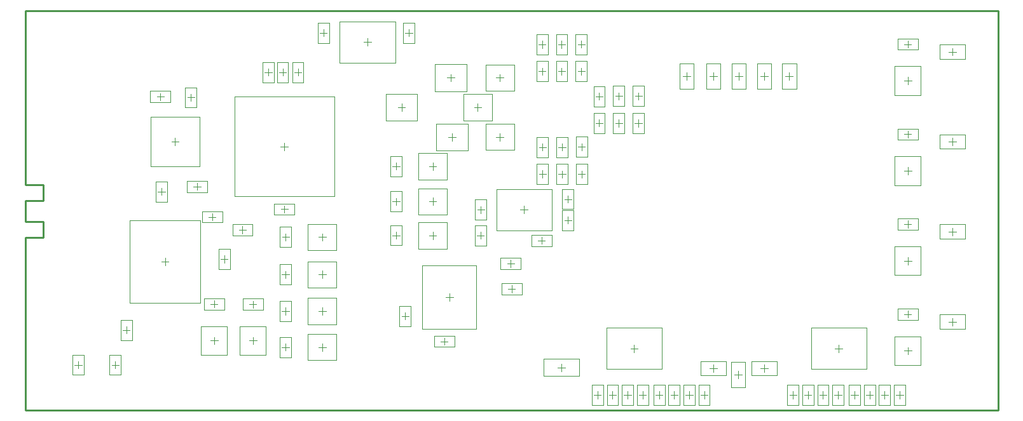
<source format=gbr>
%TF.GenerationSoftware,Altium Limited,Altium Designer,19.1.8 (144)*%
G04 Layer_Color=32768*
%FSLAX26Y26*%
%MOIN*%
%TF.FileFunction,Other,Mechanical_15*%
%TF.Part,Single*%
G01*
G75*
%TA.AperFunction,NonConductor*%
%ADD51C,0.010000*%
%ADD86C,0.003937*%
%ADD87C,0.001968*%
D51*
X0Y0D02*
Y905512D01*
Y1183071D02*
Y2094488D01*
Y990158D02*
Y1098425D01*
Y990158D02*
X92520D01*
X0Y905512D02*
X92520D01*
Y990158D01*
X0Y1183071D02*
X92520D01*
X0Y1098425D02*
X92520D01*
Y1183071D01*
X0Y2094488D02*
X5099999D01*
X0Y0D02*
X5099999D01*
X5099999Y2094488D02*
X5099999Y0D01*
D86*
X4264764Y303138D02*
Y342508D01*
X4245079Y322823D02*
X4284449D01*
X3191929Y303138D02*
Y342508D01*
X3172244Y322823D02*
X3211614D01*
X4583662Y60039D02*
Y97441D01*
X4564961Y78740D02*
X4602362D01*
X4504922Y60039D02*
Y97441D01*
X4486221Y78740D02*
X4523623D01*
X4426181Y60039D02*
Y97441D01*
X4407481Y78740D02*
X4444882D01*
X4347441Y60039D02*
Y97441D01*
X4328741Y78740D02*
X4366142D01*
X4260827Y60039D02*
Y97441D01*
X4242126Y78740D02*
X4279527D01*
X4103347Y60039D02*
Y97441D01*
X4084646Y78740D02*
X4122047D01*
X4182087Y60039D02*
Y97441D01*
X4163386Y78740D02*
X4200788D01*
X4024607Y60039D02*
Y97441D01*
X4005906Y78740D02*
X4043307D01*
X3078740Y60039D02*
Y97441D01*
X3060039Y78740D02*
X3097441D01*
X3000000Y60039D02*
Y97441D01*
X2981299Y78740D02*
X3018701D01*
X3157480Y60039D02*
Y97441D01*
X3138779Y78740D02*
X3176181D01*
X3236220Y60039D02*
Y97441D01*
X3217519Y78740D02*
X3254921D01*
X3322835Y60039D02*
Y97441D01*
X3304134Y78740D02*
X3341535D01*
X3401575Y60039D02*
Y97441D01*
X3382874Y78740D02*
X3420276D01*
X3480315Y60039D02*
Y97441D01*
X3461614Y78740D02*
X3499016D01*
X3559055Y60039D02*
Y97441D01*
X3540354Y78740D02*
X3577756D01*
X2203150Y592520D02*
X2242520D01*
X2222835Y572835D02*
Y612205D01*
X2195866Y341536D02*
Y378937D01*
X2177165Y360236D02*
X2214567D01*
X2990158Y1506417D02*
X3027559D01*
X3008858Y1487717D02*
Y1525118D01*
X3092520Y1505906D02*
X3129921D01*
X3111221Y1487205D02*
Y1524606D01*
X3194882Y1505906D02*
X3232284D01*
X3213583Y1487205D02*
Y1524606D01*
X3195866Y1648622D02*
X3233268D01*
X3214567Y1629921D02*
Y1667323D01*
X3092520Y1647638D02*
X3129921D01*
X3111221Y1628937D02*
Y1666339D01*
X2990158Y1647165D02*
X3027559D01*
X3008858Y1628465D02*
Y1665866D01*
X2895669Y1920276D02*
X2933071D01*
X2914370Y1901575D02*
Y1938976D01*
X2793307Y1919291D02*
X2830709D01*
X2812008Y1900591D02*
Y1937992D01*
X2690945Y1918819D02*
X2728347D01*
X2709646Y1900118D02*
Y1937520D01*
X2690945Y1778071D02*
X2728347D01*
X2709646Y1759370D02*
Y1796772D01*
X2793307Y1777559D02*
X2830709D01*
X2812008Y1758858D02*
Y1796260D01*
X2895669Y1777559D02*
X2933071D01*
X2914370Y1758858D02*
Y1796260D01*
X2897638Y1238189D02*
X2935039D01*
X2916339Y1219488D02*
Y1256890D01*
X2795276Y1238189D02*
X2832677D01*
X2813977Y1219488D02*
Y1256890D01*
X2692914Y1238701D02*
X2730315D01*
X2711614Y1220000D02*
Y1257402D01*
X2692914Y1379449D02*
X2730315D01*
X2711614Y1360748D02*
Y1398150D01*
X2795276Y1379921D02*
X2832677D01*
X2813977Y1361221D02*
Y1398622D01*
X2897638Y1380906D02*
X2935039D01*
X2916339Y1362205D02*
Y1399606D01*
X1992126Y1980315D02*
X2029528D01*
X2010827Y1961614D02*
Y1999016D01*
X1773622Y1932087D02*
X1812992D01*
X1793307Y1912402D02*
Y1951772D01*
X2231102Y1724409D02*
Y1763780D01*
X2211417Y1744094D02*
X2250787D01*
X1972441Y1568898D02*
Y1608268D01*
X1952756Y1588583D02*
X1992126D01*
X2236221Y1413386D02*
Y1452756D01*
X2216536Y1433071D02*
X2255906D01*
X2468504Y1433071D02*
X2507874D01*
X2488189Y1413386D02*
Y1452756D01*
X2468504Y1744094D02*
X2507874D01*
X2488189Y1724409D02*
Y1763779D01*
X2352362Y1589567D02*
X2391732D01*
X2372047Y1569882D02*
Y1609252D01*
X1544291Y1980315D02*
X1581693D01*
X1562992Y1961614D02*
Y1999016D01*
X1991142Y474488D02*
Y511890D01*
X1972441Y493189D02*
X2009843D01*
X712598Y779528D02*
X751969D01*
X732284Y759843D02*
Y799213D01*
X4606299Y783425D02*
X4645669D01*
X4625984Y763740D02*
Y803110D01*
X4607284Y1920236D02*
X4644685D01*
X4625984Y1901535D02*
Y1938937D01*
X4606299Y1728307D02*
X4645669D01*
X4625984Y1708622D02*
Y1747992D01*
X4606299Y1255866D02*
X4645669D01*
X4625984Y1236181D02*
Y1275551D01*
X4607284Y1447795D02*
X4644685D01*
X4625984Y1429094D02*
Y1466496D01*
X4607284Y975354D02*
X4644685D01*
X4625984Y956654D02*
Y994055D01*
X4606299Y310984D02*
X4645669D01*
X4625984Y291299D02*
Y330669D01*
X4607284Y502913D02*
X4644685D01*
X4625984Y484213D02*
Y521614D01*
X4859252Y917323D02*
Y956693D01*
X4839567Y937008D02*
X4878937D01*
X4859252Y1860952D02*
Y1900322D01*
X4839567Y1880637D02*
X4878937D01*
X4859252Y1389764D02*
Y1429134D01*
X4839567Y1409449D02*
X4878937D01*
X4859252Y443898D02*
Y483268D01*
X4839567Y463583D02*
X4878937D01*
X785433Y1389764D02*
Y1429134D01*
X765748Y1409449D02*
X805118D01*
X1358268Y1363189D02*
Y1402559D01*
X1338583Y1382874D02*
X1377953D01*
X2615157Y1031496D02*
Y1070866D01*
X2595472Y1051181D02*
X2634843D01*
X277559Y218504D02*
Y255905D01*
X258858Y237205D02*
X296260D01*
X471457Y218504D02*
Y255905D01*
X452756Y237205D02*
X490158D01*
X868110Y1622047D02*
Y1659449D01*
X849409Y1640748D02*
X886811D01*
X881890Y1173228D02*
X919291D01*
X900591Y1154527D02*
Y1191929D01*
X960630Y1013779D02*
X998031D01*
X979331Y995079D02*
Y1032480D01*
X970709Y556181D02*
X1008110D01*
X989410Y537480D02*
Y574882D01*
X1120079Y945866D02*
X1157480D01*
X1138780Y927165D02*
Y964567D01*
X1174213Y555118D02*
X1211614D01*
X1192913Y536417D02*
Y573819D01*
X1364173Y692913D02*
Y730315D01*
X1345472Y711614D02*
X1382874D01*
X1364173Y500079D02*
Y537480D01*
X1345472Y518780D02*
X1382874D01*
X1364225Y311012D02*
Y348413D01*
X1345524Y329713D02*
X1382925D01*
X1364461Y888891D02*
Y926292D01*
X1345760Y907591D02*
X1383161D01*
X1943898Y1260748D02*
Y1298150D01*
X1925197Y1279449D02*
X1962598D01*
X1943898Y1075709D02*
Y1113110D01*
X1925197Y1094410D02*
X1962599D01*
X1943898Y898543D02*
Y935945D01*
X1925197Y917244D02*
X1962599D01*
X2386811Y897638D02*
Y935039D01*
X2368110Y916339D02*
X2405512D01*
X2530512Y635827D02*
X2567913D01*
X2549213Y617126D02*
Y654528D01*
X2844488Y1088583D02*
Y1125984D01*
X2825787Y1107283D02*
X2863189D01*
X2844488Y978346D02*
Y1015748D01*
X2825787Y997047D02*
X2863189D01*
X3447835Y1752953D02*
X3487205D01*
X3467520Y1733268D02*
Y1772638D01*
X3586614Y1752953D02*
X3625984D01*
X3606299Y1733268D02*
Y1772638D01*
X3606299Y199803D02*
Y239173D01*
X3586614Y219488D02*
X3625984D01*
X3717325Y187008D02*
X3756695D01*
X3737010Y167323D02*
Y206693D01*
X3720472Y1752953D02*
X3759843D01*
X3740157Y1733268D02*
Y1772638D01*
X3853347Y1752953D02*
X3892716D01*
X3873032Y1733268D02*
Y1772638D01*
X3874016Y198819D02*
Y238189D01*
X3854331Y218504D02*
X3893701D01*
X3985236Y1752953D02*
X4024606D01*
X4004921Y1733268D02*
Y1772638D01*
X969724Y364252D02*
X1009095D01*
X989409Y344567D02*
Y383937D01*
X1173228Y364252D02*
X1212598D01*
X1192913Y344567D02*
Y383937D01*
X1556102Y691929D02*
Y731299D01*
X1536417Y711614D02*
X1575787D01*
X1556102Y499094D02*
Y538465D01*
X1536417Y518779D02*
X1575787D01*
X1556154Y310027D02*
Y349397D01*
X1536468Y329712D02*
X1575839D01*
X1556390Y887906D02*
Y927276D01*
X1536705Y907591D02*
X1576075D01*
X2135827Y1259764D02*
Y1299134D01*
X2116142Y1279449D02*
X2155512D01*
X2135827Y1074725D02*
Y1114095D01*
X2116142Y1094410D02*
X2155512D01*
X2135827Y895591D02*
Y934961D01*
X2116142Y915276D02*
X2155512D01*
X2810039Y203740D02*
Y243110D01*
X2790354Y223425D02*
X2829725D01*
X529528Y401024D02*
Y438425D01*
X510827Y419724D02*
X548228D01*
X713583Y1127953D02*
Y1165354D01*
X694882Y1146653D02*
X732283D01*
X689961Y1644685D02*
X727362D01*
X708661Y1625984D02*
Y1663386D01*
X1043307Y773622D02*
Y811024D01*
X1024606Y792323D02*
X1062008D01*
X1273622Y1754921D02*
Y1792323D01*
X1254921Y1773622D02*
X1292323D01*
X1348918Y1754921D02*
Y1792323D01*
X1330217Y1773622D02*
X1367618D01*
X1339567Y1054134D02*
X1376969D01*
X1358268Y1035433D02*
Y1072835D01*
X1429134Y1754921D02*
Y1792323D01*
X1410433Y1773622D02*
X1447835D01*
X2387795Y1032480D02*
Y1069882D01*
X2369095Y1051181D02*
X2406496D01*
X2526575Y768701D02*
X2563976D01*
X2545276Y750000D02*
Y787402D01*
X2687992Y889764D02*
X2725394D01*
X2706693Y871063D02*
Y908465D01*
D87*
X4119095Y431090D02*
X4410433D01*
X4119095Y214555D02*
X4410433D01*
Y431090D01*
X4119095Y214555D02*
Y431090D01*
X3046260D02*
X3337599D01*
X3046260Y214555D02*
X3337599D01*
Y431090D01*
X3046260Y214555D02*
Y431090D01*
X4554134Y25591D02*
X4613189D01*
X4554134Y131890D02*
X4613189D01*
Y25591D02*
Y131890D01*
X4554134Y25591D02*
Y131890D01*
X4475394Y25591D02*
X4534449D01*
X4475394Y131890D02*
X4534449D01*
Y25591D02*
Y131890D01*
X4475394Y25591D02*
Y131890D01*
X4396654D02*
X4455709D01*
X4396654Y25591D02*
X4455709D01*
X4396654D02*
Y131890D01*
X4455709Y25591D02*
Y131890D01*
X4317914Y131890D02*
X4376969D01*
X4317914Y25591D02*
X4376969D01*
X4317914D02*
Y131890D01*
X4376969Y25591D02*
Y131890D01*
X4231299Y25591D02*
X4290354D01*
X4231299Y131890D02*
X4290354D01*
Y25591D02*
Y131890D01*
X4231299Y25591D02*
Y131890D01*
X4073819Y131890D02*
X4132874D01*
X4073819Y25591D02*
X4132874D01*
X4073819D02*
Y131890D01*
X4132874Y25591D02*
Y131890D01*
X4152559Y25591D02*
X4211614D01*
X4152559Y131890D02*
X4211614D01*
Y25591D02*
Y131890D01*
X4152559Y25591D02*
Y131890D01*
X3995079Y131890D02*
X4054134D01*
X3995079Y25591D02*
X4054134D01*
X3995079D02*
Y131890D01*
X4054134Y25591D02*
Y131890D01*
X3049213Y131890D02*
X3108268D01*
X3049213Y25591D02*
X3108268D01*
X3049213D02*
Y131890D01*
X3108268Y25591D02*
Y131890D01*
X2970472Y131890D02*
X3029528D01*
X2970472Y25591D02*
X3029528D01*
X2970472D02*
Y131890D01*
X3029528Y25591D02*
Y131890D01*
X3127953Y25591D02*
X3187008D01*
X3127953Y131890D02*
X3187008D01*
Y25591D02*
Y131890D01*
X3127953Y25591D02*
Y131890D01*
X3206693Y25591D02*
X3265748D01*
X3206693Y131890D02*
X3265748D01*
Y25591D02*
Y131890D01*
X3206693Y25591D02*
Y131890D01*
X3293307D02*
X3352362D01*
X3293307Y25591D02*
X3352362D01*
X3293307D02*
Y131890D01*
X3352362Y25591D02*
Y131890D01*
X3372047Y131890D02*
X3431102D01*
X3372047Y25591D02*
X3431102D01*
X3372047D02*
Y131890D01*
X3431102Y25591D02*
Y131890D01*
X3450787Y25590D02*
X3509843D01*
X3450787Y131890D02*
X3509843D01*
Y25590D02*
Y131890D01*
X3450787Y25590D02*
Y131890D01*
X3529528Y25591D02*
X3588583D01*
X3529528Y131890D02*
X3588583D01*
Y25591D02*
Y131890D01*
X3529528Y25591D02*
Y131890D01*
X2081102Y425197D02*
Y759843D01*
X2364567Y425197D02*
Y759843D01*
X2081102D02*
X2364567D01*
X2081102Y425197D02*
X2364567D01*
X2142717Y389764D02*
X2249016D01*
X2142717Y330709D02*
X2249016D01*
Y389764D01*
X2142717Y330709D02*
Y389764D01*
X2979331Y1453268D02*
Y1559567D01*
X3038386Y1453268D02*
Y1559567D01*
X2979331D02*
X3038386D01*
X2979331Y1453268D02*
X3038386D01*
X3081693Y1452756D02*
Y1559055D01*
X3140748Y1452756D02*
Y1559055D01*
X3081693D02*
X3140748D01*
X3081693Y1452756D02*
X3140748D01*
X3184055D02*
Y1559055D01*
X3243110Y1452756D02*
Y1559055D01*
X3184055D02*
X3243110D01*
X3184055Y1452756D02*
X3243110D01*
X3244095Y1595473D02*
Y1701772D01*
X3185039Y1595473D02*
Y1701772D01*
Y1595473D02*
X3244095D01*
X3185039Y1701772D02*
X3244095D01*
X3140748Y1594488D02*
Y1700788D01*
X3081693Y1594488D02*
Y1700788D01*
Y1594488D02*
X3140748D01*
X3081693Y1700788D02*
X3140748D01*
X3038386Y1594016D02*
Y1700315D01*
X2979331Y1594016D02*
Y1700315D01*
Y1594016D02*
X3038386D01*
X2979331Y1700315D02*
X3038386D01*
X2884843Y1867126D02*
Y1973425D01*
X2943898Y1867126D02*
Y1973425D01*
X2884843D02*
X2943898D01*
X2884843Y1867126D02*
X2943898D01*
X2841535Y1866142D02*
Y1972441D01*
X2782480Y1866142D02*
Y1972441D01*
Y1866142D02*
X2841535D01*
X2782480Y1972441D02*
X2841535D01*
X2739173Y1865669D02*
Y1971968D01*
X2680118Y1865669D02*
Y1971968D01*
Y1865669D02*
X2739173D01*
X2680118Y1971968D02*
X2739173D01*
Y1724921D02*
Y1831220D01*
X2680118Y1724921D02*
Y1831220D01*
Y1724921D02*
X2739173D01*
X2680118Y1831220D02*
X2739173D01*
X2841535Y1724409D02*
Y1830709D01*
X2782480Y1724409D02*
Y1830709D01*
Y1724409D02*
X2841535D01*
X2782480Y1830709D02*
X2841535D01*
X2943898Y1724409D02*
Y1830709D01*
X2884843Y1724409D02*
Y1830709D01*
Y1724409D02*
X2943898D01*
X2884843Y1830709D02*
X2943898D01*
X2945866Y1185039D02*
Y1291339D01*
X2886811Y1185039D02*
Y1291339D01*
Y1185039D02*
X2945866D01*
X2886811Y1291339D02*
X2945866D01*
X2784449Y1185039D02*
Y1291339D01*
X2843504Y1185039D02*
Y1291339D01*
X2784449D02*
X2843504D01*
X2784449Y1185039D02*
X2843504D01*
X2682087Y1185551D02*
Y1291850D01*
X2741142Y1185551D02*
Y1291850D01*
X2682087D02*
X2741142D01*
X2682087Y1185551D02*
X2741142D01*
X2741142Y1326299D02*
Y1432598D01*
X2682087Y1326299D02*
Y1432598D01*
Y1326299D02*
X2741142D01*
X2682087Y1432598D02*
X2741142D01*
X2843504Y1326772D02*
Y1433071D01*
X2784449Y1326772D02*
Y1433071D01*
Y1326772D02*
X2843504D01*
X2784449Y1433071D02*
X2843504D01*
X2886811Y1327756D02*
Y1434055D01*
X2945866Y1327756D02*
Y1434055D01*
X2886811D02*
X2945866D01*
X2886811Y1327756D02*
X2945866D01*
X2040354Y1927165D02*
Y2033465D01*
X1981299Y1927165D02*
Y2033465D01*
Y1927165D02*
X2040354D01*
X1981299Y2033465D02*
X2040354D01*
X1647638Y1823819D02*
Y2040354D01*
X1938976Y1823819D02*
Y2040354D01*
X1647638Y1823819D02*
X1938976D01*
X1647638Y2040354D02*
X1938976D01*
X2148425Y1673228D02*
X2313780D01*
X2148425Y1814961D02*
X2313780D01*
X2148425Y1673228D02*
Y1814961D01*
X2313780Y1673228D02*
Y1814961D01*
X1889764Y1517716D02*
X2055118D01*
X1889764Y1659449D02*
X2055118D01*
X1889764Y1517716D02*
Y1659449D01*
X2055118Y1517716D02*
Y1659449D01*
X2153543Y1362205D02*
X2318898D01*
X2153543Y1503937D02*
X2318898D01*
X2153543Y1362205D02*
Y1503937D01*
X2318898Y1362205D02*
Y1503937D01*
X2412402Y1364173D02*
Y1501968D01*
X2563976Y1364173D02*
Y1501968D01*
X2412402Y1364173D02*
X2563976D01*
X2412402Y1501968D02*
X2563976D01*
X2412402Y1675197D02*
Y1812992D01*
X2563976Y1675197D02*
Y1812992D01*
X2412402Y1675197D02*
X2563976D01*
X2412402Y1812992D02*
X2563976D01*
X2296260Y1520669D02*
Y1658465D01*
X2447835Y1520669D02*
Y1658465D01*
X2296260Y1520669D02*
X2447835D01*
X2296260Y1658465D02*
X2447835D01*
X1533465Y1927165D02*
Y2033465D01*
X1592520Y1927165D02*
Y2033465D01*
X1533465D02*
X1592520D01*
X1533465Y1927165D02*
X1592520D01*
X1961614Y546339D02*
X2020669D01*
X1961614Y440039D02*
X2020669D01*
X1961614D02*
Y546339D01*
X2020669Y440039D02*
Y546339D01*
X917323Y562992D02*
Y996063D01*
X547244Y562992D02*
Y996063D01*
X917323D01*
X547244Y562992D02*
X917323D01*
X4694882Y707638D02*
Y859213D01*
X4557087Y707638D02*
Y859213D01*
Y707638D02*
X4694882D01*
X4557087Y859213D02*
X4694882D01*
X4679134Y1890709D02*
Y1949764D01*
X4572835Y1890709D02*
Y1949764D01*
X4679134D01*
X4572835Y1890709D02*
X4679134D01*
X4694882Y1652520D02*
Y1804094D01*
X4557087Y1652520D02*
Y1804094D01*
Y1652520D02*
X4694882D01*
X4557087Y1804094D02*
X4694882D01*
Y1180079D02*
Y1331654D01*
X4557087Y1180079D02*
Y1331654D01*
Y1180079D02*
X4694882D01*
X4557087Y1331654D02*
X4694882D01*
X4679134Y1418268D02*
Y1477323D01*
X4572835Y1418268D02*
Y1477323D01*
X4679134D01*
X4572835Y1418268D02*
X4679134D01*
X4679134Y945827D02*
Y1004882D01*
X4572835Y945827D02*
Y1004882D01*
X4679134D01*
X4572835Y945827D02*
X4679134D01*
X4694882Y235197D02*
Y386772D01*
X4557087Y235197D02*
Y386772D01*
Y235197D02*
X4694882D01*
X4557087Y386772D02*
X4694882D01*
X4679134Y473386D02*
Y532441D01*
X4572835Y473386D02*
Y532441D01*
X4679134D01*
X4572835Y473386D02*
X4679134D01*
X4792323Y899606D02*
X4926181D01*
X4792323Y974409D02*
X4926181D01*
X4792323Y899606D02*
Y974409D01*
X4926181Y899606D02*
Y974409D01*
X4792323Y1843235D02*
X4926181D01*
X4792323Y1918039D02*
X4926181D01*
X4792323Y1843235D02*
Y1918039D01*
X4926181Y1843235D02*
Y1918039D01*
X4792323Y1372047D02*
X4926181D01*
X4792323Y1446850D02*
X4926181D01*
X4792323Y1372047D02*
Y1446850D01*
X4926181Y1372047D02*
Y1446850D01*
X4792323Y426181D02*
X4926181D01*
X4792323Y500984D02*
X4926181D01*
X4792323Y426181D02*
Y500984D01*
X4926181Y426181D02*
Y500984D01*
X657480Y1280512D02*
X913386D01*
X657480D02*
Y1538386D01*
X913386D01*
Y1280512D02*
Y1538386D01*
X1096457Y1644685D02*
X1620079D01*
X1096457Y1121063D02*
X1620079D01*
X1096457D02*
Y1644685D01*
X1620079Y1121063D02*
Y1644685D01*
X2469488Y1159449D02*
X2760827D01*
X2469488Y942913D02*
X2760827D01*
Y1159449D01*
X2469488Y942913D02*
Y1159449D01*
X248031Y290354D02*
X307087D01*
X248031Y184055D02*
X307087D01*
X248031D02*
Y290354D01*
X307087Y184055D02*
Y290354D01*
X441929D02*
X500984D01*
X441929Y184055D02*
X500984D01*
X441929D02*
Y290354D01*
X500984Y184055D02*
Y290354D01*
X838583Y1587598D02*
X897638D01*
X838583Y1693898D02*
X897638D01*
Y1587598D02*
Y1693898D01*
X838583Y1587598D02*
Y1693898D01*
X953740Y1143701D02*
Y1202756D01*
X847441Y1143701D02*
Y1202756D01*
X953740D01*
X847441Y1143701D02*
X953740D01*
X926181Y984252D02*
Y1043307D01*
X1032480Y984252D02*
Y1043307D01*
X926181Y984252D02*
X1032480D01*
X926181Y1043307D02*
X1032480D01*
X936260Y526653D02*
Y585708D01*
X1042559Y526653D02*
Y585708D01*
X936260Y526653D02*
X1042559D01*
X936260Y585708D02*
X1042559D01*
X1085630Y916338D02*
Y975394D01*
X1191929Y916338D02*
Y975394D01*
X1085630Y916338D02*
X1191929D01*
X1085630Y975394D02*
X1191929D01*
X1139764Y525591D02*
Y584646D01*
X1246063Y525591D02*
Y584646D01*
X1139764Y525591D02*
X1246063D01*
X1139764Y584646D02*
X1246063D01*
X1334646Y764764D02*
X1393701D01*
X1334646Y658465D02*
X1393701D01*
X1334646D02*
Y764764D01*
X1393701Y658465D02*
Y764764D01*
X1334646Y571929D02*
X1393701D01*
X1334646Y465630D02*
X1393701D01*
X1334646D02*
Y571929D01*
X1393701Y465630D02*
Y571929D01*
X1334697Y382862D02*
X1393752D01*
X1334697Y276563D02*
X1393752D01*
X1334697D02*
Y382862D01*
X1393752Y276563D02*
Y382862D01*
X1334933Y960741D02*
X1393988D01*
X1334933Y854442D02*
X1393988D01*
X1334933D02*
Y960741D01*
X1393988Y854442D02*
Y960741D01*
X1914370Y1332599D02*
X1973425D01*
X1914370Y1226299D02*
X1973425D01*
X1914370D02*
Y1332599D01*
X1973425Y1226299D02*
Y1332599D01*
X1914370Y1147559D02*
X1973425D01*
X1914370Y1041260D02*
X1973425D01*
X1914370D02*
Y1147559D01*
X1973425Y1041260D02*
Y1147559D01*
X1914370Y970394D02*
X1973425D01*
X1914370Y864095D02*
X1973425D01*
X1914370D02*
Y970394D01*
X1973425Y864095D02*
Y970394D01*
X2357283Y969488D02*
X2416338D01*
X2357283Y863189D02*
X2416338D01*
X2357283D02*
Y969488D01*
X2416338Y863189D02*
Y969488D01*
X2496063Y606299D02*
Y665354D01*
X2602362Y606299D02*
Y665354D01*
X2496063Y606299D02*
X2602362D01*
X2496063Y665354D02*
X2602362D01*
X2814961Y1160433D02*
X2874016D01*
X2814961Y1054134D02*
X2874016D01*
X2814961D02*
Y1160433D01*
X2874016Y1054134D02*
Y1160433D01*
X2814961Y1050197D02*
X2874016D01*
X2814961Y943898D02*
X2874016D01*
X2814961D02*
Y1050197D01*
X2874016Y943898D02*
Y1050197D01*
X3504921Y1686024D02*
Y1819882D01*
X3430118Y1686024D02*
Y1819882D01*
Y1686024D02*
X3504921D01*
X3430118Y1819882D02*
X3504921D01*
X3643701Y1686024D02*
Y1819882D01*
X3568898Y1686024D02*
Y1819882D01*
Y1686024D02*
X3643701D01*
X3568898Y1819882D02*
X3643701D01*
X3539370Y256890D02*
X3673228D01*
X3539370Y182087D02*
X3673228D01*
Y256890D01*
X3539370Y182087D02*
Y256890D01*
X3699608Y120079D02*
Y253937D01*
X3774411Y120079D02*
Y253937D01*
X3699608D02*
X3774411D01*
X3699608Y120079D02*
X3774411D01*
X3777559Y1686024D02*
Y1819882D01*
X3702756Y1686024D02*
Y1819882D01*
Y1686024D02*
X3777559D01*
X3702756Y1819882D02*
X3777559D01*
X3910433Y1686024D02*
Y1819882D01*
X3835630Y1686024D02*
Y1819882D01*
Y1686024D02*
X3910433D01*
X3835630Y1819882D02*
X3910433D01*
X3807086Y181102D02*
X3940945D01*
X3807086Y255906D02*
X3940945D01*
X3807086Y181102D02*
Y255906D01*
X3940945Y181102D02*
Y255906D01*
X4042323Y1686024D02*
Y1819882D01*
X3967520Y1686024D02*
Y1819882D01*
Y1686024D02*
X4042323D01*
X3967520Y1819882D02*
X4042323D01*
X1058307Y288464D02*
Y440039D01*
X920512Y288464D02*
Y440039D01*
Y288464D02*
X1058307D01*
X920512Y440039D02*
X1058307D01*
X1261811Y288464D02*
Y440039D01*
X1124016Y288464D02*
Y440039D01*
Y288464D02*
X1261811D01*
X1124016Y440039D02*
X1261811D01*
X1480315Y780512D02*
X1631890D01*
X1480315Y642716D02*
X1631890D01*
Y780512D01*
X1480315Y642716D02*
Y780512D01*
Y587677D02*
X1631890D01*
X1480315Y449882D02*
X1631890D01*
Y587677D01*
X1480315Y449882D02*
Y587677D01*
X1480366Y398610D02*
X1631941D01*
X1480366Y260815D02*
X1631941D01*
Y398610D01*
X1480366Y260815D02*
Y398610D01*
X1480602Y976489D02*
X1632177D01*
X1480602Y838694D02*
X1632177D01*
Y976489D01*
X1480602Y838694D02*
Y976489D01*
X2060039Y1348347D02*
X2211614D01*
X2060039Y1210551D02*
X2211614D01*
Y1348347D01*
X2060039Y1210551D02*
Y1348347D01*
X2060039Y1163307D02*
X2211614D01*
X2060039Y1025512D02*
X2211614D01*
Y1163307D01*
X2060039Y1025512D02*
Y1163307D01*
Y984173D02*
X2211614D01*
X2060039Y846378D02*
X2211614D01*
Y984173D01*
X2060039Y846378D02*
Y984173D01*
X2717520Y178150D02*
X2902559D01*
X2717520Y268701D02*
X2902559D01*
X2717520Y178150D02*
Y268701D01*
X2902559Y178150D02*
Y268701D01*
X500000Y366575D02*
X559055D01*
X500000Y472874D02*
X559055D01*
Y366575D02*
Y472874D01*
X500000Y366575D02*
Y472874D01*
X684055Y1093504D02*
X743110D01*
X684055Y1199803D02*
X743110D01*
Y1093504D02*
Y1199803D01*
X684055Y1093504D02*
Y1199803D01*
X761811Y1615157D02*
Y1674213D01*
X655512Y1615157D02*
Y1674213D01*
X761811D01*
X655512Y1615157D02*
X761811D01*
X1013779Y739173D02*
X1072835D01*
X1013779Y845472D02*
X1072835D01*
Y739173D02*
Y845472D01*
X1013779Y739173D02*
Y845472D01*
X1244095Y1826772D02*
X1303150D01*
X1244095Y1720473D02*
X1303150D01*
X1244095D02*
Y1826772D01*
X1303150Y1720473D02*
Y1826772D01*
X1319390Y1826772D02*
X1378445D01*
X1319390Y1720472D02*
X1378445D01*
X1319390D02*
Y1826772D01*
X1378445Y1720472D02*
Y1826772D01*
X1411417Y1024606D02*
Y1083661D01*
X1305118Y1024606D02*
Y1083661D01*
X1411417D01*
X1305118Y1024606D02*
X1411417D01*
X1399606Y1826772D02*
X1458661D01*
X1399606Y1720473D02*
X1458661D01*
X1399606D02*
Y1826772D01*
X1458661Y1720473D02*
Y1826772D01*
X2358268Y998032D02*
X2417323D01*
X2358268Y1104331D02*
X2417323D01*
Y998032D02*
Y1104331D01*
X2358268Y998032D02*
Y1104331D01*
X2492126Y739173D02*
Y798228D01*
X2598425Y739173D02*
Y798228D01*
X2492126Y739173D02*
X2598425D01*
X2492126Y798228D02*
X2598425D01*
X2759843Y860236D02*
Y919291D01*
X2653543Y860236D02*
Y919291D01*
X2759843D01*
X2653543Y860236D02*
X2759843D01*
%TF.MD5,ee66c9d31bf5eb56b16c5be41376ebf3*%
M02*

</source>
